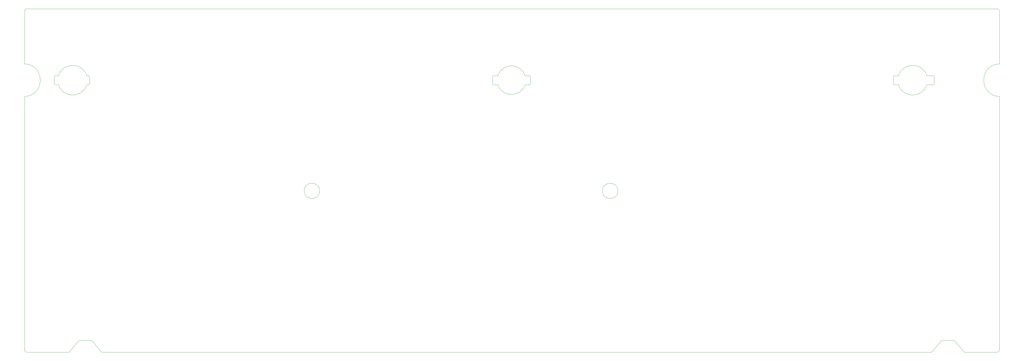
<source format=gbr>
%TF.GenerationSoftware,KiCad,Pcbnew,(5.99.0-9785-ga9f86c6f3d)*%
%TF.CreationDate,2021-09-01T12:36:29-04:00*%
%TF.ProjectId,nt980.dk,6e743938-302e-4646-9b2e-6b696361645f,rev?*%
%TF.SameCoordinates,Original*%
%TF.FileFunction,Profile,NP*%
%FSLAX46Y46*%
G04 Gerber Fmt 4.6, Leading zero omitted, Abs format (unit mm)*
G04 Created by KiCad (PCBNEW (5.99.0-9785-ga9f86c6f3d)) date 2021-09-01 12:36:29*
%MOMM*%
%LPD*%
G01*
G04 APERTURE LIST*
%TA.AperFunction,Profile*%
%ADD10C,0.100000*%
%TD*%
G04 APERTURE END LIST*
D10*
X179075000Y-21675000D02*
X180660836Y-21674999D01*
X371675000Y3975000D02*
G75*
G02*
X372675000Y2975000I0J-1000000D01*
G01*
X332575000Y-25174999D02*
G75*
G02*
X332075000Y-24674999I0J500000D01*
G01*
X192675000Y-21675000D02*
X191089163Y-21674999D01*
X355574923Y-123504907D02*
X359174999Y-127825000D01*
X23925000Y-21675000D02*
X23374423Y-21675000D01*
X12525001Y-21675001D02*
G75*
G02*
X23374423Y-21675000I5424711J-1749999D01*
G01*
X346674999Y-127825000D02*
X350275076Y-123504907D01*
X178575000Y-22175000D02*
X178575000Y-24675000D01*
X11425000Y-25175000D02*
G75*
G02*
X10925000Y-24675000I0J500000D01*
G01*
X347675000Y-24675000D02*
G75*
G02*
X347175000Y-25175000I-500000J0D01*
G01*
X334025576Y-21675000D02*
X332575000Y-21674999D01*
X23374424Y-25175000D02*
G75*
G02*
X12525000Y-25175000I-5424712J1750000D01*
G01*
X20125076Y-123504908D02*
G75*
G02*
X20509187Y-123325000I384111J-320092D01*
G01*
X332075000Y-22174999D02*
X332075000Y-24674999D01*
X524999Y-127824999D02*
G75*
G02*
X-475000Y-126825000I0J999999D01*
G01*
X355190812Y-123324999D02*
G75*
G02*
X355574923Y-123504907I0J-500001D01*
G01*
X524999Y3975000D02*
X371675000Y3975000D01*
X180660836Y-21675001D02*
G75*
G02*
X191089163Y-21674999I5214164J-1749999D01*
G01*
X344875000Y-25175001D02*
G75*
G02*
X334025576Y-25174999I-5424712J1750001D01*
G01*
X-475000Y-29675000D02*
X-475000Y-126825000D01*
X350659187Y-123325000D02*
X355190812Y-123325000D01*
X350275076Y-123504908D02*
G75*
G02*
X350659187Y-123325000I384111J-320092D01*
G01*
X29025000Y-127825000D02*
X346675000Y-127825000D01*
X334025577Y-21675001D02*
G75*
G02*
X344874999Y-21675000I5424711J-1749999D01*
G01*
X344874999Y-25174999D02*
X347175000Y-25175000D01*
X192675000Y-21675000D02*
G75*
G02*
X193175000Y-22175000I0J-500000D01*
G01*
X524999Y-127825000D02*
X16524999Y-127825000D01*
X226625000Y-65900000D02*
G75*
G03*
X226625000Y-65900000I-2950000J0D01*
G01*
X112475000Y-65900000D02*
G75*
G03*
X112475000Y-65900000I-2950000J0D01*
G01*
X366675000Y-23675000D02*
X366675000Y-23175000D01*
X-475001Y2975000D02*
G75*
G02*
X524999Y3975000I1000000J0D01*
G01*
X179075000Y-25175000D02*
G75*
G02*
X178575000Y-24675000I0J500000D01*
G01*
X-475000Y2975000D02*
X-474999Y-17175000D01*
X5525000Y-23175000D02*
X5525000Y-23675000D01*
X25424923Y-123504907D02*
X29025000Y-127825000D01*
X191089164Y-25175001D02*
G75*
G02*
X180660836Y-25175000I-5214164J1750001D01*
G01*
X366674999Y-23175000D02*
G75*
G02*
X372675000Y-17174999I6000001J0D01*
G01*
X332075000Y-22174999D02*
G75*
G02*
X332575000Y-21674999I500000J0D01*
G01*
X191089163Y-25175000D02*
X192675000Y-25175000D01*
X372675000Y2975000D02*
X372675000Y-17174999D01*
X11425000Y-21675000D02*
X12525000Y-21675000D01*
X25040812Y-123324999D02*
G75*
G02*
X25424923Y-123504907I0J-500001D01*
G01*
X371675000Y-127825000D02*
X359174999Y-127825000D01*
X347675000Y-24675000D02*
X347675000Y-22175000D01*
X-475000Y-17175000D02*
G75*
G02*
X5525000Y-23175000I0J-6000000D01*
G01*
X347175000Y-21675000D02*
X344874999Y-21675000D01*
X178575000Y-22175000D02*
G75*
G02*
X179075000Y-21675000I500000J0D01*
G01*
X193175000Y-24675000D02*
G75*
G02*
X192675000Y-25175000I-500000J0D01*
G01*
X5525000Y-23675000D02*
G75*
G02*
X-475000Y-29675000I-6000000J0D01*
G01*
X372675000Y-29675000D02*
G75*
G02*
X366675000Y-23675000I0J6000000D01*
G01*
X20509187Y-123325000D02*
X25040812Y-123325000D01*
X16524999Y-127825000D02*
X20125076Y-123504907D01*
X347175000Y-21675000D02*
G75*
G02*
X347675000Y-22175000I0J-500000D01*
G01*
X23374423Y-25175000D02*
X23925000Y-25175000D01*
X332575000Y-25174999D02*
X334025576Y-25174999D01*
X10925000Y-22175000D02*
G75*
G02*
X11425000Y-21675000I500000J0D01*
G01*
X10925000Y-22175000D02*
X10925000Y-24675000D01*
X11425000Y-25175000D02*
X12525000Y-25175000D01*
X179075000Y-25175000D02*
X180660836Y-25175000D01*
X24425000Y-24675000D02*
X24425000Y-22175000D01*
X372675000Y-126825000D02*
X372675000Y-29674999D01*
X24425000Y-24675000D02*
G75*
G02*
X23925000Y-25175000I-500000J0D01*
G01*
X372675000Y-126825000D02*
G75*
G02*
X371675000Y-127825000I-1000000J0D01*
G01*
X23925000Y-21675000D02*
G75*
G02*
X24425000Y-22175000I0J-500000D01*
G01*
X193175000Y-24675000D02*
X193175000Y-22175000D01*
M02*

</source>
